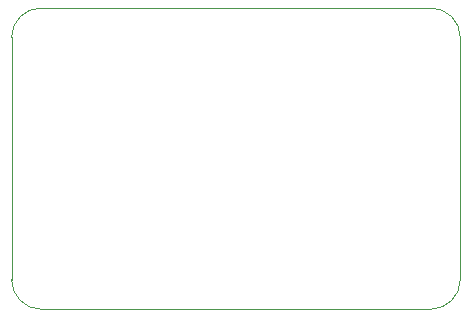
<source format=gm1>
G04 #@! TF.GenerationSoftware,KiCad,Pcbnew,8.0.5-8.0.5-0~ubuntu20.04.1*
G04 #@! TF.CreationDate,2025-01-24T13:48:22+00:00*
G04 #@! TF.ProjectId,wchlinke-tagconnect,7763686c-696e-46b6-952d-746167636f6e,rev?*
G04 #@! TF.SameCoordinates,Original*
G04 #@! TF.FileFunction,Profile,NP*
%FSLAX46Y46*%
G04 Gerber Fmt 4.6, Leading zero omitted, Abs format (unit mm)*
G04 Created by KiCad (PCBNEW 8.0.5-8.0.5-0~ubuntu20.04.1) date 2025-01-24 13:48:22*
%MOMM*%
%LPD*%
G01*
G04 APERTURE LIST*
G04 #@! TA.AperFunction,Profile*
%ADD10C,0.050000*%
G04 #@! TD*
G04 APERTURE END LIST*
D10*
X27500000Y-53000000D02*
G75*
G02*
X25000000Y-50500000I0J2500000D01*
G01*
X25000000Y-30000000D02*
G75*
G02*
X27500000Y-27500000I2500000J0D01*
G01*
X25000000Y-50500000D02*
X25000000Y-30000000D01*
X27500000Y-53000000D02*
X60500000Y-53000000D01*
X63000000Y-50500000D02*
X63000000Y-30000000D01*
X63000000Y-50500000D02*
G75*
G02*
X60500000Y-53000000I-2500000J0D01*
G01*
X60500000Y-27500000D02*
X27500000Y-27500000D01*
X60500000Y-27500000D02*
G75*
G02*
X63000000Y-30000000I0J-2500000D01*
G01*
M02*

</source>
